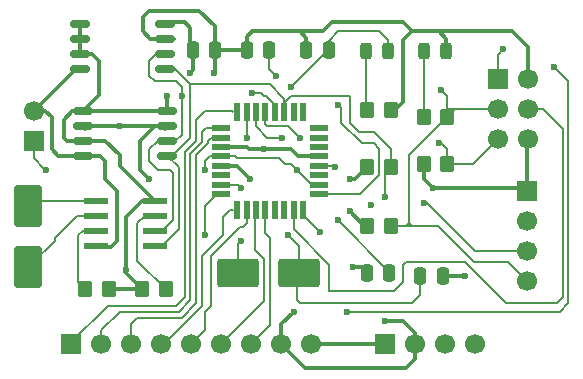
<source format=gbr>
%TF.GenerationSoftware,KiCad,Pcbnew,9.0.2*%
%TF.CreationDate,2025-09-15T18:19:50+05:45*%
%TF.ProjectId,MCU datalogger,4d435520-6461-4746-916c-6f676765722e,rev?*%
%TF.SameCoordinates,Original*%
%TF.FileFunction,Copper,L1,Top*%
%TF.FilePolarity,Positive*%
%FSLAX46Y46*%
G04 Gerber Fmt 4.6, Leading zero omitted, Abs format (unit mm)*
G04 Created by KiCad (PCBNEW 9.0.2) date 2025-09-15 18:19:50*
%MOMM*%
%LPD*%
G01*
G04 APERTURE LIST*
G04 Aperture macros list*
%AMRoundRect*
0 Rectangle with rounded corners*
0 $1 Rounding radius*
0 $2 $3 $4 $5 $6 $7 $8 $9 X,Y pos of 4 corners*
0 Add a 4 corners polygon primitive as box body*
4,1,4,$2,$3,$4,$5,$6,$7,$8,$9,$2,$3,0*
0 Add four circle primitives for the rounded corners*
1,1,$1+$1,$2,$3*
1,1,$1+$1,$4,$5*
1,1,$1+$1,$6,$7*
1,1,$1+$1,$8,$9*
0 Add four rect primitives between the rounded corners*
20,1,$1+$1,$2,$3,$4,$5,0*
20,1,$1+$1,$4,$5,$6,$7,0*
20,1,$1+$1,$6,$7,$8,$9,0*
20,1,$1+$1,$8,$9,$2,$3,0*%
G04 Aperture macros list end*
%TA.AperFunction,SMDPad,CuDef*%
%ADD10RoundRect,0.068750X-0.206250X-0.666250X0.206250X-0.666250X0.206250X0.666250X-0.206250X0.666250X0*%
%TD*%
%TA.AperFunction,SMDPad,CuDef*%
%ADD11RoundRect,0.068750X-0.666250X-0.206250X0.666250X-0.206250X0.666250X0.206250X-0.666250X0.206250X0*%
%TD*%
%TA.AperFunction,SMDPad,CuDef*%
%ADD12RoundRect,0.073750X-0.911250X-0.221250X0.911250X-0.221250X0.911250X0.221250X-0.911250X0.221250X0*%
%TD*%
%TA.AperFunction,SMDPad,CuDef*%
%ADD13RoundRect,0.162500X-0.650000X-0.162500X0.650000X-0.162500X0.650000X0.162500X-0.650000X0.162500X0*%
%TD*%
%TA.AperFunction,ComponentPad*%
%ADD14R,1.700000X1.700000*%
%TD*%
%TA.AperFunction,ComponentPad*%
%ADD15C,1.700000*%
%TD*%
%TA.AperFunction,SMDPad,CuDef*%
%ADD16RoundRect,0.250000X0.250000X0.475000X-0.250000X0.475000X-0.250000X-0.475000X0.250000X-0.475000X0*%
%TD*%
%TA.AperFunction,SMDPad,CuDef*%
%ADD17RoundRect,0.250000X-0.250000X-0.475000X0.250000X-0.475000X0.250000X0.475000X-0.250000X0.475000X0*%
%TD*%
%TA.AperFunction,SMDPad,CuDef*%
%ADD18RoundRect,0.250000X-0.350000X-0.450000X0.350000X-0.450000X0.350000X0.450000X-0.350000X0.450000X0*%
%TD*%
%TA.AperFunction,SMDPad,CuDef*%
%ADD19RoundRect,0.250001X-1.499999X-0.949999X1.499999X-0.949999X1.499999X0.949999X-1.499999X0.949999X0*%
%TD*%
%TA.AperFunction,SMDPad,CuDef*%
%ADD20RoundRect,0.243750X0.243750X0.456250X-0.243750X0.456250X-0.243750X-0.456250X0.243750X-0.456250X0*%
%TD*%
%TA.AperFunction,SMDPad,CuDef*%
%ADD21RoundRect,0.243750X-0.243750X-0.456250X0.243750X-0.456250X0.243750X0.456250X-0.243750X0.456250X0*%
%TD*%
%TA.AperFunction,SMDPad,CuDef*%
%ADD22RoundRect,0.250000X0.350000X0.450000X-0.350000X0.450000X-0.350000X-0.450000X0.350000X-0.450000X0*%
%TD*%
%TA.AperFunction,SMDPad,CuDef*%
%ADD23RoundRect,0.250001X0.949999X-1.499999X0.949999X1.499999X-0.949999X1.499999X-0.949999X-1.499999X0*%
%TD*%
%TA.AperFunction,ViaPad*%
%ADD24C,0.600000*%
%TD*%
%TA.AperFunction,Conductor*%
%ADD25C,0.200000*%
%TD*%
%TA.AperFunction,Conductor*%
%ADD26C,0.350000*%
%TD*%
G04 APERTURE END LIST*
D10*
%TO.P,U3,32,PD2*%
%TO.N,/D2*%
X1962450000Y-2094580000D03*
%TO.P,U3,31,PD1*%
%TO.N,/TX*%
X1963250000Y-2094580000D03*
%TO.P,U3,30,PD0*%
%TO.N,/RX*%
X1964050000Y-2094580000D03*
%TO.P,U3,29,PC6/~{RESET}*%
%TO.N,/RESET*%
X1964850000Y-2094580000D03*
%TO.P,U3,28,PC5*%
%TO.N,/SCK*%
X1965650000Y-2094580000D03*
%TO.P,U3,27,PC4*%
%TO.N,/SDA*%
X1966450000Y-2094580000D03*
%TO.P,U3,26,PC3*%
%TO.N,unconnected-(U3-PC3-Pad26)*%
X1967250000Y-2094580000D03*
%TO.P,U3,25,PC2*%
%TO.N,unconnected-(U3-PC2-Pad25)*%
X1968050000Y-2094580000D03*
D11*
%TO.P,U3,24,PC1*%
%TO.N,unconnected-(U3-PC1-Pad24)*%
X1969420000Y-2095950000D03*
%TO.P,U3,23,PC0*%
%TO.N,unconnected-(U3-PC0-Pad23)*%
X1969420000Y-2096750000D03*
%TO.P,U3,22,ADC7*%
%TO.N,unconnected-(U3-ADC7-Pad22)*%
X1969420000Y-2097550000D03*
%TO.P,U3,21,GND*%
%TO.N,GND*%
X1969420000Y-2098350000D03*
%TO.P,U3,20,AREF*%
%TO.N,Net-(U3-AREF)*%
X1969420000Y-2099150000D03*
%TO.P,U3,19,ADC6*%
%TO.N,unconnected-(U3-ADC6-Pad19)*%
X1969420000Y-2099950000D03*
%TO.P,U3,18,AVCC*%
%TO.N,Net-(BT1-+)*%
X1969420000Y-2100750000D03*
%TO.P,U3,17,PB5*%
%TO.N,/SCK*%
X1969420000Y-2101550000D03*
D10*
%TO.P,U3,16,PB4*%
%TO.N,/MISO*%
X1968050000Y-2102920000D03*
%TO.P,U3,15,PB3*%
%TO.N,/MOSI*%
X1967250000Y-2102920000D03*
%TO.P,U3,14,PB2*%
%TO.N,unconnected-(U3-PB2-Pad14)*%
X1966450000Y-2102920000D03*
%TO.P,U3,13,PB1*%
%TO.N,unconnected-(U3-PB1-Pad13)*%
X1965650000Y-2102920000D03*
%TO.P,U3,12,PB0*%
%TO.N,/D8*%
X1964850000Y-2102920000D03*
%TO.P,U3,11,PD7*%
%TO.N,/D7*%
X1964050000Y-2102920000D03*
%TO.P,U3,10,PD6*%
%TO.N,/D6*%
X1963250000Y-2102920000D03*
%TO.P,U3,9,PD5*%
%TO.N,/D5*%
X1962450000Y-2102920000D03*
D11*
%TO.P,U3,8,PB7*%
%TO.N,Net-(U3-PB7)*%
X1961080000Y-2101550000D03*
%TO.P,U3,7,PB6*%
%TO.N,Net-(U3-PB6)*%
X1961080000Y-2100750000D03*
%TO.P,U3,6,VCC*%
%TO.N,unconnected-(U3-VCC-Pad6)*%
X1961080000Y-2099950000D03*
%TO.P,U3,5,GND*%
%TO.N,GND*%
X1961080000Y-2099150000D03*
%TO.P,U3,4,VCC*%
%TO.N,Net-(BT1-+)*%
X1961080000Y-2098350000D03*
%TO.P,U3,3,GND*%
%TO.N,GND*%
X1961080000Y-2097550000D03*
%TO.P,U3,2,PD4*%
%TO.N,/D4*%
X1961080000Y-2096750000D03*
%TO.P,U3,1,PD3*%
%TO.N,/D3*%
X1961080000Y-2095950000D03*
%TD*%
D12*
%TO.P,U4,1,X1*%
%TO.N,Net-(U4-X1)*%
X1950525000Y-2102095000D03*
%TO.P,U4,2,X2*%
%TO.N,Net-(U4-X2)*%
X1950525000Y-2103365000D03*
%TO.P,U4,3,~{INTA}*%
%TO.N,Net-(U4-~{INTA})*%
X1950525000Y-2104635000D03*
%TO.P,U4,4,GND*%
%TO.N,GND*%
X1950525000Y-2105905000D03*
%TO.P,U4,5,SDA*%
%TO.N,/SDA*%
X1955475000Y-2105905000D03*
%TO.P,U4,6,SCL*%
%TO.N,/SCK*%
X1955475000Y-2104635000D03*
%TO.P,U4,7,SQW/~INT*%
%TO.N,Net-(U4-SQW{slash}~INT)*%
X1955475000Y-2103365000D03*
%TO.P,U4,8,VCC*%
%TO.N,/VCC*%
X1955475000Y-2102095000D03*
%TD*%
D13*
%TO.P,U1,1,A0*%
%TO.N,/VCC*%
X1949162500Y-2087095000D03*
%TO.P,U1,2,A1*%
X1949162500Y-2088365000D03*
%TO.P,U1,3,A2*%
X1949162500Y-2089635000D03*
%TO.P,U1,4,GND*%
%TO.N,GND*%
X1949162500Y-2090905000D03*
%TO.P,U1,5,SDA*%
%TO.N,/SDA*%
X1956337500Y-2090905000D03*
%TO.P,U1,6,SCL*%
%TO.N,/SCK*%
X1956337500Y-2089635000D03*
%TO.P,U1,7,WP*%
%TO.N,GND*%
X1956337500Y-2088365000D03*
%TO.P,U1,8,VCC*%
%TO.N,/VCC*%
X1956337500Y-2087095000D03*
%TD*%
D14*
%TO.P,BT1,1,+*%
%TO.N,Net-(BT1-+)*%
X1945250000Y-2097000000D03*
D15*
%TO.P,BT1,2,-*%
%TO.N,GND*%
X1945250000Y-2094460000D03*
%TD*%
D16*
%TO.P,C4,1*%
%TO.N,Net-(U3-AREF)*%
X1975350000Y-2108200000D03*
%TO.P,C4,2*%
%TO.N,GND*%
X1973450000Y-2108200000D03*
%TD*%
%TO.P,C2,1*%
%TO.N,GND*%
X1979850000Y-2108500000D03*
%TO.P,C2,2*%
%TO.N,Net-(U3-PB6)*%
X1977950000Y-2108500000D03*
%TD*%
D17*
%TO.P,C3,1*%
%TO.N,GND*%
X1963287500Y-2089350000D03*
%TO.P,C3,2*%
%TO.N,Net-(U3-PB7)*%
X1965187500Y-2089350000D03*
%TD*%
D13*
%TO.P,U2,1,A0*%
%TO.N,/VCC*%
X1949362500Y-2094495000D03*
%TO.P,U2,2,A1*%
%TO.N,GND*%
X1949362500Y-2095765000D03*
%TO.P,U2,3,A2*%
%TO.N,/VCC*%
X1949362500Y-2097035000D03*
%TO.P,U2,4,GND*%
%TO.N,GND*%
X1949362500Y-2098305000D03*
%TO.P,U2,5,SDA*%
%TO.N,/SDA*%
X1956537500Y-2098305000D03*
%TO.P,U2,6,SCL*%
%TO.N,/SCK*%
X1956537500Y-2097035000D03*
%TO.P,U2,7,WP*%
%TO.N,GND*%
X1956537500Y-2095765000D03*
%TO.P,U2,8,VCC*%
%TO.N,/VCC*%
X1956537500Y-2094495000D03*
%TD*%
D14*
%TO.P,J1,1,Pin_1*%
%TO.N,/VCC*%
X1987000000Y-2101280000D03*
D15*
%TO.P,J1,2,Pin_2*%
%TO.N,GND*%
X1987000000Y-2103820000D03*
%TO.P,J1,3,Pin_3*%
%TO.N,/SDA*%
X1987000000Y-2106360000D03*
%TO.P,J1,4,Pin_4*%
%TO.N,/SCK*%
X1987000000Y-2108900000D03*
%TD*%
D18*
%TO.P,R3,1*%
%TO.N,/VCC*%
X1973450000Y-2104200000D03*
%TO.P,R3,2*%
%TO.N,/SCK*%
X1975450000Y-2104200000D03*
%TD*%
%TO.P,R4,1*%
%TO.N,/VCC*%
X1973450000Y-2099200000D03*
%TO.P,R4,2*%
%TO.N,/SDA*%
X1975450000Y-2099200000D03*
%TD*%
D19*
%TO.P,Y2,1,1*%
%TO.N,Net-(U3-PB7)*%
X1962500000Y-2108250000D03*
%TO.P,Y2,2,2*%
%TO.N,Net-(U3-PB6)*%
X1967700000Y-2108250000D03*
%TD*%
D18*
%TO.P,R7,1*%
%TO.N,Net-(D2-K)*%
X1973450000Y-2094400000D03*
%TO.P,R7,2*%
%TO.N,GND*%
X1975450000Y-2094400000D03*
%TD*%
D20*
%TO.P,D1,1,K*%
%TO.N,GND*%
X1980175000Y-2089400000D03*
%TO.P,D1,2,A*%
%TO.N,Net-(D1-A)*%
X1978300000Y-2089400000D03*
%TD*%
D14*
%TO.P,J3,1,Pin_1*%
%TO.N,/D2*%
X1948420000Y-2114250000D03*
D15*
%TO.P,J3,2,Pin_2*%
%TO.N,/D3*%
X1950960000Y-2114250000D03*
%TO.P,J3,3,Pin_3*%
%TO.N,/D4*%
X1953500000Y-2114250000D03*
%TO.P,J3,4,Pin_4*%
%TO.N,/D5*%
X1956040000Y-2114250000D03*
%TO.P,J3,5,Pin_5*%
%TO.N,/D6*%
X1958580000Y-2114250000D03*
%TO.P,J3,6,Pin_6*%
%TO.N,/D7*%
X1961120000Y-2114250000D03*
%TO.P,J3,7,Pin_7*%
%TO.N,/D8*%
X1963660000Y-2114250000D03*
%TO.P,J3,8,Pin_8*%
%TO.N,GND*%
X1966200000Y-2114250000D03*
%TO.P,J3,9,Pin_9*%
%TO.N,/VCC*%
X1968740000Y-2114250000D03*
%TD*%
D18*
%TO.P,R2,1*%
%TO.N,/VCC*%
X1954400000Y-2109600000D03*
%TO.P,R2,2*%
%TO.N,Net-(U4-SQW{slash}~INT)*%
X1956400000Y-2109600000D03*
%TD*%
D21*
%TO.P,D2,1,K*%
%TO.N,Net-(D2-K)*%
X1973325000Y-2089400000D03*
%TO.P,D2,2,A*%
%TO.N,Net-(BT1-+)*%
X1975200000Y-2089400000D03*
%TD*%
D16*
%TO.P,C5,1*%
%TO.N,Net-(BT1-+)*%
X1970187500Y-2089350000D03*
%TO.P,C5,2*%
%TO.N,GND*%
X1968287500Y-2089350000D03*
%TD*%
D14*
%TO.P,J4,1,Pin_1*%
%TO.N,/MISO*%
X1984500000Y-2091800000D03*
D15*
%TO.P,J4,2,Pin_2*%
%TO.N,GND*%
X1987040000Y-2091800000D03*
%TO.P,J4,3,Pin_3*%
%TO.N,/SCK*%
X1984500000Y-2094340000D03*
%TO.P,J4,4,Pin_4*%
%TO.N,/MOSI*%
X1987040000Y-2094340000D03*
%TO.P,J4,5,Pin_5*%
%TO.N,/RESET*%
X1984500000Y-2096880000D03*
%TO.P,J4,6,Pin_6*%
%TO.N,/VCC*%
X1987040000Y-2096880000D03*
%TD*%
D18*
%TO.P,R6,1*%
%TO.N,/VCC*%
X1978250000Y-2099000000D03*
%TO.P,R6,2*%
%TO.N,/RESET*%
X1980250000Y-2099000000D03*
%TD*%
D14*
%TO.P,J2,1,Pin_1*%
%TO.N,/VCC*%
X1975000000Y-2114250000D03*
D15*
%TO.P,J2,2,Pin_2*%
%TO.N,GND*%
X1977540000Y-2114250000D03*
%TO.P,J2,3,Pin_3*%
%TO.N,/RX*%
X1980080000Y-2114250000D03*
%TO.P,J2,4,Pin_4*%
%TO.N,/TX*%
X1982620000Y-2114250000D03*
%TD*%
D18*
%TO.P,R5,1*%
%TO.N,Net-(D1-A)*%
X1978250000Y-2095000000D03*
%TO.P,R5,2*%
%TO.N,/SCK*%
X1980250000Y-2095000000D03*
%TD*%
D22*
%TO.P,R1,1*%
%TO.N,/VCC*%
X1951600000Y-2109600000D03*
%TO.P,R1,2*%
%TO.N,Net-(U4-~{INTA})*%
X1949600000Y-2109600000D03*
%TD*%
D23*
%TO.P,Y1,1,1*%
%TO.N,Net-(U4-X2)*%
X1944750000Y-2107750000D03*
%TO.P,Y1,2,2*%
%TO.N,Net-(U4-X1)*%
X1944750000Y-2102550000D03*
%TD*%
D17*
%TO.P,C1,1*%
%TO.N,/VCC*%
X1958687500Y-2089350000D03*
%TO.P,C1,2*%
%TO.N,GND*%
X1960587500Y-2089350000D03*
%TD*%
D24*
%TO.N,GND*%
X1975000000Y-2112250000D03*
%TO.N,Net-(BT1-+)*%
X1946250000Y-2099500000D03*
X1959750000Y-2099500000D03*
%TO.N,GND*%
X1972250000Y-2107750000D03*
X1952500000Y-2095765000D03*
%TO.N,/SDA*%
X1975000000Y-2101750000D03*
X1978250000Y-2102250000D03*
%TO.N,/MISO*%
X1985000000Y-2089250000D03*
X1989250000Y-2090750000D03*
X1971750000Y-2111500000D03*
%TO.N,GND*%
X1967250000Y-2111500000D03*
X1963500000Y-2100250000D03*
%TO.N,Net-(BT1-+)*%
X1967000000Y-2092500000D03*
X1967500000Y-2099500000D03*
%TO.N,/MISO*%
X1969500000Y-2104750000D03*
%TO.N,*%
X1973750000Y-2102500000D03*
%TO.N,/SCK*%
X1979750000Y-2092750000D03*
X1971000000Y-2094000000D03*
%TO.N,GND*%
X1981750000Y-2108500000D03*
%TO.N,/VCC*%
X1979000000Y-2101000000D03*
%TO.N,/RESET*%
X1979500000Y-2097250000D03*
X1967750000Y-2096750000D03*
%TO.N,Net-(U3-AREF)*%
X1971000000Y-2103750000D03*
X1970750000Y-2099250000D03*
%TO.N,/VCC*%
X1972000000Y-2100250000D03*
X1972000000Y-2103000000D03*
%TO.N,/RX*%
X1966250000Y-2096750000D03*
%TO.N,/TX*%
X1963250000Y-2096750000D03*
%TO.N,Net-(U3-PB7)*%
X1965750000Y-2091500000D03*
X1959750000Y-2105000000D03*
X1962750000Y-2105500000D03*
%TO.N,/SCK*%
X1963750000Y-2093000000D03*
X1957750000Y-2093250000D03*
%TO.N,GND*%
X1960500000Y-2091250000D03*
X1964750000Y-2097750000D03*
%TO.N,/VCC*%
X1953000000Y-2108000000D03*
%TO.N,GND*%
X1955000000Y-2100250000D03*
%TO.N,/VCC*%
X1958500000Y-2091250000D03*
X1956500000Y-2093250000D03*
%TO.N,Net-(U3-PB6)*%
X1966750000Y-2105000000D03*
X1962750000Y-2101000000D03*
%TD*%
D25*
%TO.N,/MOSI*%
X1990000000Y-2096000000D02*
X1988340000Y-2094340000D01*
X1990000000Y-2110250000D02*
X1990000000Y-2096000000D01*
X1989500000Y-2110750000D02*
X1990000000Y-2110250000D01*
X1985250000Y-2110750000D02*
X1989500000Y-2110750000D01*
X1981750000Y-2107250000D02*
X1985250000Y-2110750000D01*
X1988340000Y-2094340000D02*
X1987040000Y-2094340000D01*
X1976500000Y-2109000000D02*
X1976500000Y-2107500000D01*
X1975750000Y-2109750000D02*
X1976500000Y-2109000000D01*
X1976500000Y-2107500000D02*
X1976750000Y-2107250000D01*
X1976750000Y-2107250000D02*
X1981750000Y-2107250000D01*
X1970250000Y-2109750000D02*
X1975750000Y-2109750000D01*
X1970250000Y-2107500000D02*
X1970250000Y-2109750000D01*
X1967250000Y-2104500000D02*
X1970250000Y-2107500000D01*
X1967250000Y-2102920000D02*
X1967250000Y-2104500000D01*
%TO.N,/SCK*%
X1977250000Y-2104200000D02*
X1979450000Y-2104200000D01*
X1977000000Y-2103950000D02*
X1977250000Y-2104200000D01*
X1977000000Y-2103950000D02*
X1976750000Y-2104200000D01*
X1977000000Y-2098250000D02*
X1977000000Y-2103950000D01*
X1980250000Y-2095000000D02*
X1977000000Y-2098250000D01*
X1976750000Y-2104200000D02*
X1977250000Y-2104200000D01*
X1971250000Y-2094250000D02*
X1971000000Y-2094000000D01*
X1974467157Y-2097717157D02*
X1974000000Y-2097250000D01*
X1974467157Y-2099907843D02*
X1974467157Y-2097717157D01*
X1973000000Y-2097250000D02*
X1971250000Y-2095500000D01*
X1971250000Y-2095500000D02*
X1971250000Y-2094250000D01*
X1972812500Y-2101562500D02*
X1974467157Y-2099907843D01*
X1972800000Y-2101550000D02*
X1972812500Y-2101562500D01*
X1969420000Y-2101550000D02*
X1972800000Y-2101550000D01*
X1974000000Y-2097250000D02*
X1973000000Y-2097250000D01*
D26*
%TO.N,GND*%
X1977540000Y-2113290000D02*
X1976500000Y-2112250000D01*
X1977540000Y-2114250000D02*
X1977540000Y-2113290000D01*
X1976500000Y-2112250000D02*
X1975000000Y-2112250000D01*
D25*
%TO.N,/MISO*%
X1971750000Y-2111500000D02*
X1989750000Y-2111500000D01*
D26*
%TO.N,GND*%
X1962400000Y-2099150000D02*
X1963500000Y-2100250000D01*
X1961080000Y-2099150000D02*
X1962400000Y-2099150000D01*
X1961080000Y-2097550000D02*
X1963225000Y-2097550000D01*
X1967600000Y-2098350000D02*
X1969420000Y-2098350000D01*
D25*
%TO.N,Net-(BT1-+)*%
X1962275000Y-2098350000D02*
X1961080000Y-2098350000D01*
%TO.N,Net-(U3-AREF)*%
X1970650000Y-2099150000D02*
X1969420000Y-2099150000D01*
X1970750000Y-2099250000D02*
X1970650000Y-2099150000D01*
%TO.N,/SDA*%
X1966450000Y-2093450000D02*
X1965250000Y-2092250000D01*
X1965250000Y-2092250000D02*
X1958500000Y-2092250000D01*
X1966450000Y-2093800000D02*
X1966450000Y-2093450000D01*
%TO.N,Net-(BT1-+)*%
X1962275000Y-2098350000D02*
X1962425000Y-2098500000D01*
D26*
%TO.N,GND*%
X1963250000Y-2097525000D02*
X1963225000Y-2097550000D01*
X1963475000Y-2097750000D02*
X1963250000Y-2097525000D01*
X1964750000Y-2097750000D02*
X1963475000Y-2097750000D01*
X1976750000Y-2116250000D02*
X1968200000Y-2116250000D01*
X1968200000Y-2116250000D02*
X1966200000Y-2114250000D01*
X1977540000Y-2115460000D02*
X1976750000Y-2116250000D01*
X1977540000Y-2114250000D02*
X1977540000Y-2115460000D01*
D25*
%TO.N,/D8*%
X1964850000Y-2104850000D02*
X1964850000Y-2102920000D01*
X1965250000Y-2105250000D02*
X1964850000Y-2104850000D01*
%TO.N,/D7*%
X1964000000Y-2102970000D02*
X1964050000Y-2102920000D01*
X1964000000Y-2106250000D02*
X1964000000Y-2102970000D01*
X1964750000Y-2107000000D02*
X1964000000Y-2106250000D01*
%TO.N,/D6*%
X1963250000Y-2104000000D02*
X1963250000Y-2102920000D01*
X1962930000Y-2104320000D02*
X1963250000Y-2104000000D01*
%TO.N,Net-(BT1-+)*%
X1959750000Y-2098750000D02*
X1959750000Y-2099500000D01*
X1960150000Y-2098350000D02*
X1959750000Y-2098750000D01*
X1961080000Y-2098350000D02*
X1960150000Y-2098350000D01*
D26*
%TO.N,GND*%
X1973000000Y-2107750000D02*
X1972250000Y-2107750000D01*
X1973450000Y-2108200000D02*
X1973000000Y-2107750000D01*
X1952500000Y-2095765000D02*
X1956537500Y-2095765000D01*
D25*
%TO.N,/SDA*%
X1975000000Y-2099650000D02*
X1975000000Y-2101750000D01*
X1975450000Y-2099200000D02*
X1975000000Y-2099650000D01*
X1978500000Y-2102250000D02*
X1978250000Y-2102250000D01*
X1982610000Y-2106360000D02*
X1978500000Y-2102250000D01*
%TO.N,/RESET*%
X1965000000Y-2095750000D02*
X1966750000Y-2095750000D01*
X1966750000Y-2095750000D02*
X1967750000Y-2096750000D01*
%TO.N,/MISO*%
X1984500000Y-2089750000D02*
X1985000000Y-2089250000D01*
X1984500000Y-2091800000D02*
X1984500000Y-2089750000D01*
X1990500000Y-2110750000D02*
X1990500000Y-2092000000D01*
X1989750000Y-2111500000D02*
X1990500000Y-2110750000D01*
X1990500000Y-2092000000D02*
X1989250000Y-2090750000D01*
D26*
%TO.N,GND*%
X1966200000Y-2114250000D02*
X1966200000Y-2112550000D01*
X1966200000Y-2112550000D02*
X1967250000Y-2111500000D01*
D25*
%TO.N,Net-(BT1-+)*%
X1970150000Y-2089350000D02*
X1970187500Y-2089350000D01*
X1967000000Y-2092500000D02*
X1970150000Y-2089350000D01*
X1967500000Y-2099500000D02*
X1968750000Y-2100750000D01*
X1967000000Y-2099000000D02*
X1967500000Y-2099500000D01*
X1966500000Y-2099000000D02*
X1967000000Y-2099000000D01*
X1966000000Y-2098500000D02*
X1966500000Y-2099000000D01*
X1962425000Y-2098500000D02*
X1966000000Y-2098500000D01*
X1968750000Y-2100750000D02*
X1969420000Y-2100750000D01*
D26*
%TO.N,/VCC*%
X1979000000Y-2101000000D02*
X1986720000Y-2101000000D01*
X1986720000Y-2101000000D02*
X1987000000Y-2101280000D01*
D25*
%TO.N,/MISO*%
X1968050000Y-2103300000D02*
X1969500000Y-2104750000D01*
X1968050000Y-2102920000D02*
X1968050000Y-2103300000D01*
%TO.N,/SCK*%
X1980250000Y-2094250000D02*
X1980340000Y-2094340000D01*
X1980340000Y-2094340000D02*
X1984500000Y-2094340000D01*
X1980250000Y-2094250000D02*
X1980250000Y-2093250000D01*
%TO.N,/RESET*%
X1982380000Y-2099000000D02*
X1984500000Y-2096880000D01*
X1980250000Y-2099000000D02*
X1982380000Y-2099000000D01*
D26*
%TO.N,/VCC*%
X1987000000Y-2096920000D02*
X1987040000Y-2096880000D01*
X1987000000Y-2101280000D02*
X1987000000Y-2096920000D01*
D25*
%TO.N,/SCK*%
X1976000000Y-2104200000D02*
X1976750000Y-2104200000D01*
X1980250000Y-2093250000D02*
X1979750000Y-2092750000D01*
X1980250000Y-2095000000D02*
X1980250000Y-2094250000D01*
X1980910000Y-2094340000D02*
X1980250000Y-2095000000D01*
X1964934314Y-2093250000D02*
X1964750000Y-2093250000D01*
X1965467157Y-2093782843D02*
X1964934314Y-2093250000D01*
X1965467157Y-2094397157D02*
X1965467157Y-2093782843D01*
%TO.N,/SDA*%
X1974000000Y-2096250000D02*
X1975450000Y-2097700000D01*
X1975450000Y-2097700000D02*
X1975450000Y-2099200000D01*
X1972000000Y-2095500000D02*
X1972750000Y-2096250000D01*
X1967000000Y-2093250000D02*
X1972000000Y-2093250000D01*
X1966450000Y-2093800000D02*
X1967000000Y-2093250000D01*
X1972000000Y-2093250000D02*
X1972000000Y-2095500000D01*
X1966450000Y-2094580000D02*
X1966450000Y-2093800000D01*
X1972750000Y-2096250000D02*
X1974000000Y-2096250000D01*
%TO.N,Net-(U3-PB6)*%
X1977250000Y-2110750000D02*
X1977950000Y-2110050000D01*
X1967750000Y-2110750000D02*
X1977250000Y-2110750000D01*
X1967500000Y-2110500000D02*
X1967750000Y-2110750000D01*
X1967500000Y-2108450000D02*
X1967500000Y-2110500000D01*
X1967700000Y-2108250000D02*
X1967500000Y-2108450000D01*
X1977950000Y-2110050000D02*
X1977950000Y-2108500000D01*
D26*
%TO.N,GND*%
X1979850000Y-2108500000D02*
X1981750000Y-2108500000D01*
D25*
%TO.N,/SCK*%
X1979450000Y-2104200000D02*
X1982500000Y-2107250000D01*
X1985350000Y-2107250000D02*
X1987000000Y-2108900000D01*
X1975450000Y-2104200000D02*
X1976000000Y-2104200000D01*
X1982500000Y-2107250000D02*
X1985350000Y-2107250000D01*
%TO.N,/SDA*%
X1982610000Y-2106360000D02*
X1987000000Y-2106360000D01*
D26*
%TO.N,/VCC*%
X1978250000Y-2100250000D02*
X1979000000Y-2101000000D01*
X1978250000Y-2099000000D02*
X1978250000Y-2100250000D01*
D25*
%TO.N,/RESET*%
X1979750000Y-2097250000D02*
X1979500000Y-2097250000D01*
X1980250000Y-2097750000D02*
X1979750000Y-2097250000D01*
X1980250000Y-2099000000D02*
X1980250000Y-2097750000D01*
X1964850000Y-2095600000D02*
X1965000000Y-2095750000D01*
X1964850000Y-2094580000D02*
X1964850000Y-2095600000D01*
%TO.N,Net-(U3-AREF)*%
X1975350000Y-2108100000D02*
X1971000000Y-2103750000D01*
X1975350000Y-2108200000D02*
X1975350000Y-2108100000D01*
D26*
%TO.N,/VCC*%
X1973200000Y-2104200000D02*
X1972000000Y-2103000000D01*
X1973450000Y-2104200000D02*
X1973200000Y-2104200000D01*
X1972400000Y-2100250000D02*
X1972000000Y-2100250000D01*
X1973450000Y-2099200000D02*
X1972400000Y-2100250000D01*
D25*
%TO.N,/RX*%
X1965000000Y-2096750000D02*
X1966250000Y-2096750000D01*
X1964050000Y-2095800000D02*
X1965000000Y-2096750000D01*
X1964050000Y-2094580000D02*
X1964050000Y-2095800000D01*
%TO.N,/TX*%
X1963250000Y-2094580000D02*
X1963250000Y-2096750000D01*
%TO.N,Net-(U3-PB7)*%
X1965187500Y-2090937500D02*
X1965750000Y-2091500000D01*
X1965187500Y-2089350000D02*
X1965187500Y-2090937500D01*
%TO.N,/D7*%
X1964750000Y-2110620000D02*
X1961120000Y-2114250000D01*
%TO.N,Net-(U3-PB7)*%
X1962500000Y-2105750000D02*
X1962750000Y-2105500000D01*
X1962500000Y-2108250000D02*
X1962500000Y-2105750000D01*
%TO.N,/D6*%
X1962680000Y-2104320000D02*
X1962930000Y-2104320000D01*
X1960250000Y-2111000000D02*
X1960250000Y-2106750000D01*
X1960250000Y-2106750000D02*
X1962680000Y-2104320000D01*
X1959750000Y-2111500000D02*
X1960250000Y-2111000000D01*
X1959750000Y-2113080000D02*
X1959750000Y-2111500000D01*
%TO.N,/D5*%
X1959500000Y-2106750000D02*
X1959500000Y-2111000000D01*
X1959500000Y-2111000000D02*
X1956250000Y-2114250000D01*
X1961250000Y-2105000000D02*
X1959500000Y-2106750000D01*
X1961830000Y-2102920000D02*
X1961250000Y-2103500000D01*
X1961250000Y-2103500000D02*
X1961250000Y-2105000000D01*
X1962130000Y-2102920000D02*
X1961830000Y-2102920000D01*
X1956250000Y-2114250000D02*
X1956040000Y-2114250000D01*
%TO.N,/D4*%
X1960250000Y-2096750000D02*
X1961080000Y-2096750000D01*
X1959945000Y-2097055000D02*
X1960250000Y-2096750000D01*
X1959945000Y-2097250000D02*
X1959945000Y-2097055000D01*
X1959000000Y-2098195000D02*
X1959945000Y-2097250000D01*
X1959000000Y-2110750000D02*
X1959000000Y-2098195000D01*
X1957750000Y-2112000000D02*
X1959000000Y-2110750000D01*
X1954000000Y-2112000000D02*
X1957750000Y-2112000000D01*
X1953500000Y-2112500000D02*
X1954000000Y-2112000000D01*
X1953500000Y-2114250000D02*
X1953500000Y-2112500000D01*
%TO.N,/D3*%
X1950960000Y-2113040000D02*
X1950960000Y-2114250000D01*
X1952500000Y-2111500000D02*
X1950960000Y-2113040000D01*
X1958500000Y-2110500000D02*
X1957500000Y-2111500000D01*
X1958500000Y-2098125000D02*
X1958500000Y-2110500000D01*
X1959500000Y-2097125000D02*
X1958500000Y-2098125000D01*
X1959500000Y-2096250000D02*
X1959500000Y-2097125000D01*
X1959800000Y-2095950000D02*
X1959500000Y-2096250000D01*
X1960760000Y-2095950000D02*
X1959800000Y-2095950000D01*
%TO.N,/D2*%
X1962050000Y-2094500000D02*
X1962130000Y-2094580000D01*
X1959750000Y-2094500000D02*
X1962050000Y-2094500000D01*
X1959000000Y-2095250000D02*
X1959750000Y-2094500000D01*
X1959000000Y-2097000000D02*
X1959000000Y-2095250000D01*
X1958000000Y-2110250000D02*
X1958000000Y-2098000000D01*
X1958000000Y-2098000000D02*
X1959000000Y-2097000000D01*
X1957250000Y-2111000000D02*
X1958000000Y-2110250000D01*
X1951500000Y-2111000000D02*
X1957250000Y-2111000000D01*
X1948420000Y-2114080000D02*
X1951500000Y-2111000000D01*
X1948420000Y-2114250000D02*
X1948420000Y-2114080000D01*
%TO.N,/SDA*%
X1956945000Y-2098305000D02*
X1956537500Y-2098305000D01*
X1958500000Y-2096750000D02*
X1956945000Y-2098305000D01*
X1958500000Y-2092250000D02*
X1958500000Y-2096750000D01*
%TO.N,Net-(U3-PB7)*%
X1960760000Y-2101550000D02*
X1959750000Y-2102560000D01*
%TO.N,/D5*%
X1956040000Y-2114250000D02*
X1956500000Y-2114250000D01*
%TO.N,/SCK*%
X1964500000Y-2093000000D02*
X1964750000Y-2093250000D01*
X1963750000Y-2093000000D02*
X1964500000Y-2093000000D01*
X1957750000Y-2093250000D02*
X1957750000Y-2092500000D01*
D26*
%TO.N,GND*%
X1960587500Y-2091162500D02*
X1960500000Y-2091250000D01*
X1960587500Y-2089350000D02*
X1960587500Y-2091162500D01*
%TO.N,/VCC*%
X1968740000Y-2114250000D02*
X1975000000Y-2114250000D01*
D25*
%TO.N,Net-(BT1-+)*%
X1946125000Y-2099375000D02*
X1946250000Y-2099500000D01*
X1945250000Y-2098500000D02*
X1946125000Y-2099375000D01*
X1945250000Y-2097000000D02*
X1945250000Y-2098500000D01*
D26*
%TO.N,GND*%
X1964750000Y-2097750000D02*
X1967000000Y-2097750000D01*
%TO.N,/VCC*%
X1953000000Y-2108000000D02*
X1953000000Y-2108200000D01*
%TO.N,GND*%
X1952250000Y-2105500000D02*
X1951750000Y-2106000000D01*
X1952250000Y-2101250000D02*
X1952250000Y-2105500000D01*
X1951250000Y-2098750000D02*
X1951250000Y-2100250000D01*
X1951250000Y-2100250000D02*
X1952250000Y-2101250000D01*
X1951750000Y-2106000000D02*
X1950620000Y-2106000000D01*
X1950620000Y-2106000000D02*
X1950525000Y-2105905000D01*
X1950805000Y-2098305000D02*
X1951250000Y-2098750000D01*
X1949362500Y-2098305000D02*
X1950805000Y-2098305000D01*
X1954250000Y-2099500000D02*
X1955000000Y-2100250000D01*
X1954250000Y-2099250000D02*
X1954250000Y-2099500000D01*
X1955485000Y-2095765000D02*
X1954250000Y-2097000000D01*
X1956537500Y-2095765000D02*
X1955485000Y-2095765000D01*
X1954250000Y-2097000000D02*
X1954250000Y-2099250000D01*
%TO.N,/VCC*%
X1952500000Y-2099120000D02*
X1955475000Y-2102095000D01*
X1952500000Y-2098250000D02*
X1952500000Y-2099120000D01*
X1951285000Y-2097035000D02*
X1952500000Y-2098250000D01*
X1949362500Y-2097035000D02*
X1951285000Y-2097035000D01*
X1958500000Y-2089162500D02*
X1958687500Y-2089350000D01*
X1958500000Y-2087500000D02*
X1958500000Y-2089162500D01*
X1956432500Y-2087000000D02*
X1956337500Y-2087095000D01*
X1958500000Y-2087500000D02*
X1958000000Y-2087000000D01*
X1958500000Y-2091250000D02*
X1958687500Y-2091062500D01*
X1958000000Y-2087000000D02*
X1956432500Y-2087000000D01*
X1958687500Y-2091062500D02*
X1958687500Y-2089350000D01*
%TO.N,GND*%
X1960587500Y-2087337500D02*
X1960587500Y-2089350000D01*
X1954500000Y-2086500000D02*
X1955000000Y-2086000000D01*
X1954500000Y-2087750000D02*
X1954500000Y-2086500000D01*
X1959250000Y-2086000000D02*
X1960587500Y-2087337500D01*
X1955115000Y-2088365000D02*
X1954500000Y-2087750000D01*
X1955000000Y-2086000000D02*
X1959250000Y-2086000000D01*
X1956337500Y-2088365000D02*
X1955115000Y-2088365000D01*
%TO.N,/VCC*%
X1956537500Y-2093287500D02*
X1956500000Y-2093250000D01*
X1956537500Y-2094495000D02*
X1956537500Y-2093287500D01*
%TO.N,GND*%
X1949362500Y-2095765000D02*
X1952500000Y-2095765000D01*
D25*
%TO.N,/D8*%
X1965250000Y-2112660000D02*
X1965250000Y-2105250000D01*
X1963660000Y-2114250000D02*
X1965250000Y-2112660000D01*
%TO.N,/D7*%
X1964750000Y-2107000000D02*
X1964750000Y-2110620000D01*
%TO.N,/D6*%
X1959750000Y-2113080000D02*
X1958580000Y-2114250000D01*
%TO.N,Net-(U3-PB6)*%
X1967700000Y-2105950000D02*
X1966750000Y-2105000000D01*
X1967700000Y-2108250000D02*
X1967700000Y-2105950000D01*
X1962500000Y-2100750000D02*
X1962750000Y-2101000000D01*
X1960760000Y-2100750000D02*
X1962500000Y-2100750000D01*
%TO.N,/VCC*%
X1955250000Y-2101870000D02*
X1955475000Y-2102095000D01*
D26*
%TO.N,GND*%
X1967000000Y-2097750000D02*
X1967600000Y-2098350000D01*
D25*
%TO.N,Net-(D2-K)*%
X1973325000Y-2094275000D02*
X1973450000Y-2094400000D01*
X1973325000Y-2089400000D02*
X1973325000Y-2094275000D01*
D26*
%TO.N,GND*%
X1985750000Y-2087750000D02*
X1979500000Y-2087750000D01*
X1987040000Y-2089040000D02*
X1985750000Y-2087750000D01*
X1987040000Y-2091800000D02*
X1987040000Y-2089040000D01*
X1980175000Y-2089400000D02*
X1980175000Y-2088425000D01*
X1976500000Y-2087000000D02*
X1977250000Y-2087750000D01*
X1969750000Y-2087750000D02*
X1970500000Y-2087000000D01*
X1970500000Y-2087000000D02*
X1976500000Y-2087000000D01*
X1967750000Y-2087750000D02*
X1969750000Y-2087750000D01*
D25*
%TO.N,Net-(D1-A)*%
X1978300000Y-2094950000D02*
X1978250000Y-2095000000D01*
X1978300000Y-2089400000D02*
X1978300000Y-2094950000D01*
D26*
%TO.N,GND*%
X1975850000Y-2094400000D02*
X1975450000Y-2094400000D01*
X1976500000Y-2093750000D02*
X1975850000Y-2094400000D01*
X1976500000Y-2088500000D02*
X1976500000Y-2093750000D01*
X1977250000Y-2087750000D02*
X1976500000Y-2088500000D01*
X1979500000Y-2087750000D02*
X1977250000Y-2087750000D01*
X1980175000Y-2088425000D02*
X1979500000Y-2087750000D01*
D25*
%TO.N,Net-(BT1-+)*%
X1975200000Y-2088450000D02*
X1975200000Y-2089400000D01*
X1974500000Y-2087750000D02*
X1975200000Y-2088450000D01*
X1971000000Y-2087750000D02*
X1974500000Y-2087750000D01*
X1970187500Y-2088562500D02*
X1971000000Y-2087750000D01*
X1970187500Y-2089350000D02*
X1970187500Y-2088562500D01*
D26*
%TO.N,GND*%
X1968287500Y-2088287500D02*
X1968287500Y-2089350000D01*
X1967750000Y-2087750000D02*
X1968287500Y-2088287500D01*
X1963287500Y-2088212500D02*
X1963750000Y-2087750000D01*
X1963750000Y-2087750000D02*
X1967750000Y-2087750000D01*
X1963287500Y-2089350000D02*
X1963287500Y-2088212500D01*
%TO.N,/VCC*%
X1954405000Y-2102095000D02*
X1953000000Y-2103500000D01*
X1955475000Y-2102095000D02*
X1954405000Y-2102095000D01*
X1953000000Y-2103500000D02*
X1953000000Y-2108000000D01*
X1953000000Y-2108200000D02*
X1954400000Y-2109600000D01*
D25*
%TO.N,/SCK*%
X1955615000Y-2089635000D02*
X1956337500Y-2089635000D01*
X1955000000Y-2090250000D02*
X1955615000Y-2089635000D01*
X1955000000Y-2091500000D02*
X1955000000Y-2090250000D01*
X1955500000Y-2092000000D02*
X1955000000Y-2091500000D01*
X1957250000Y-2092000000D02*
X1955500000Y-2092000000D01*
X1957750000Y-2096500000D02*
X1957750000Y-2093250000D01*
X1957750000Y-2092500000D02*
X1957250000Y-2092000000D01*
X1957215000Y-2097035000D02*
X1957750000Y-2096500000D01*
X1956537500Y-2097035000D02*
X1957215000Y-2097035000D01*
%TO.N,/SDA*%
X1957155000Y-2090905000D02*
X1958500000Y-2092250000D01*
X1956337500Y-2090905000D02*
X1957155000Y-2090905000D01*
%TO.N,/SCK*%
X1955715000Y-2097035000D02*
X1956537500Y-2097035000D01*
X1955000000Y-2097750000D02*
X1955715000Y-2097035000D01*
X1955000000Y-2098750000D02*
X1955000000Y-2097750000D01*
X1955750000Y-2099500000D02*
X1955000000Y-2098750000D01*
X1956750000Y-2099500000D02*
X1955750000Y-2099500000D01*
X1957000000Y-2099750000D02*
X1956750000Y-2099500000D01*
X1957000000Y-2103750000D02*
X1957000000Y-2099750000D01*
X1956115000Y-2104635000D02*
X1957000000Y-2103750000D01*
X1955475000Y-2104635000D02*
X1956115000Y-2104635000D01*
%TO.N,/SDA*%
X1956095000Y-2105905000D02*
X1955475000Y-2105905000D01*
X1957500000Y-2104500000D02*
X1956095000Y-2105905000D01*
X1957500000Y-2099267500D02*
X1957500000Y-2104500000D01*
X1956537500Y-2098305000D02*
X1957500000Y-2099267500D01*
%TO.N,Net-(U4-SQW{slash}~INT)*%
X1954000000Y-2104000000D02*
X1954635000Y-2103365000D01*
X1954000000Y-2107200000D02*
X1954000000Y-2104000000D01*
X1956400000Y-2109600000D02*
X1954000000Y-2107200000D01*
X1954635000Y-2103365000D02*
X1955475000Y-2103365000D01*
D26*
%TO.N,/VCC*%
X1951600000Y-2109600000D02*
X1954400000Y-2109600000D01*
D25*
%TO.N,Net-(U4-~{INTA})*%
X1949000000Y-2109000000D02*
X1949600000Y-2109600000D01*
X1949000000Y-2105000000D02*
X1949000000Y-2109000000D01*
X1949365000Y-2104635000D02*
X1949000000Y-2105000000D01*
X1950525000Y-2104635000D02*
X1949365000Y-2104635000D01*
%TO.N,Net-(U4-X2)*%
X1948885000Y-2103365000D02*
X1947000000Y-2105250000D01*
X1947000000Y-2105500000D02*
X1944750000Y-2107750000D01*
X1950525000Y-2103365000D02*
X1948885000Y-2103365000D01*
X1947000000Y-2105250000D02*
X1947000000Y-2105500000D01*
%TO.N,Net-(U4-X1)*%
X1945205000Y-2102095000D02*
X1944750000Y-2102550000D01*
X1950525000Y-2102095000D02*
X1945205000Y-2102095000D01*
D26*
%TO.N,/VCC*%
X1950750000Y-2093107500D02*
X1949362500Y-2094495000D01*
X1950750000Y-2090250000D02*
X1950750000Y-2093107500D01*
X1950135000Y-2089635000D02*
X1950750000Y-2090250000D01*
X1949162500Y-2089635000D02*
X1950135000Y-2089635000D01*
%TO.N,GND*%
X1949162500Y-2090905000D02*
X1948805000Y-2090905000D01*
X1948805000Y-2090905000D02*
X1945250000Y-2094460000D01*
X1947305000Y-2098305000D02*
X1949362500Y-2098305000D01*
X1946750000Y-2097750000D02*
X1947305000Y-2098305000D01*
X1946750000Y-2095000000D02*
X1946750000Y-2097750000D01*
X1946210000Y-2094460000D02*
X1946750000Y-2095000000D01*
X1945250000Y-2094460000D02*
X1946210000Y-2094460000D01*
X1949597500Y-2096000000D02*
X1949362500Y-2095765000D01*
X1956302500Y-2096000000D02*
X1956537500Y-2095765000D01*
%TO.N,/VCC*%
X1949362500Y-2094495000D02*
X1956537500Y-2094495000D01*
X1947750000Y-2096750000D02*
X1948035000Y-2097035000D01*
X1947750000Y-2095250000D02*
X1947750000Y-2096750000D01*
X1948500000Y-2094500000D02*
X1947750000Y-2095250000D01*
X1949357500Y-2094500000D02*
X1948500000Y-2094500000D01*
X1948035000Y-2097035000D02*
X1949362500Y-2097035000D01*
X1949362500Y-2094495000D02*
X1949357500Y-2094500000D01*
%TO.N,GND*%
X1956337500Y-2088365000D02*
X1957115000Y-2088365000D01*
%TO.N,/VCC*%
X1949162500Y-2089635000D02*
X1949162500Y-2088365000D01*
X1949162500Y-2087095000D02*
X1949162500Y-2088365000D01*
%TO.N,GND*%
X1960587500Y-2089350000D02*
X1963287500Y-2089350000D01*
D25*
%TO.N,/D3*%
X1957500000Y-2111500000D02*
X1952500000Y-2111500000D01*
%TO.N,Net-(U3-PB7)*%
X1959750000Y-2102560000D02*
X1959750000Y-2105000000D01*
%TD*%
M02*

</source>
